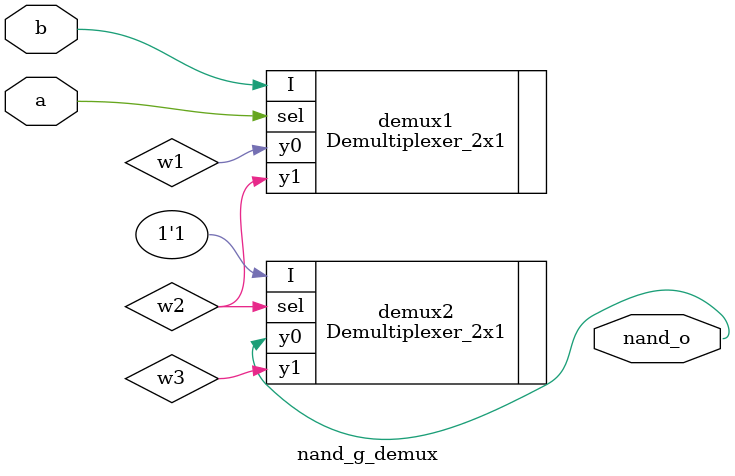
<source format=v>
`timescale 1ns / 1ps
module nand_g_demux(
input a,b,
output nand_o
    );
	 
wire w1,w2,w3;

Demultiplexer_2x1 demux1(.I(b),.sel(a),.y0(w1),.y1(w2));
Demultiplexer_2x1 demux2(.I(1'b1),.sel(w2),.y0(nand_o),.y1(w3));



endmodule

</source>
